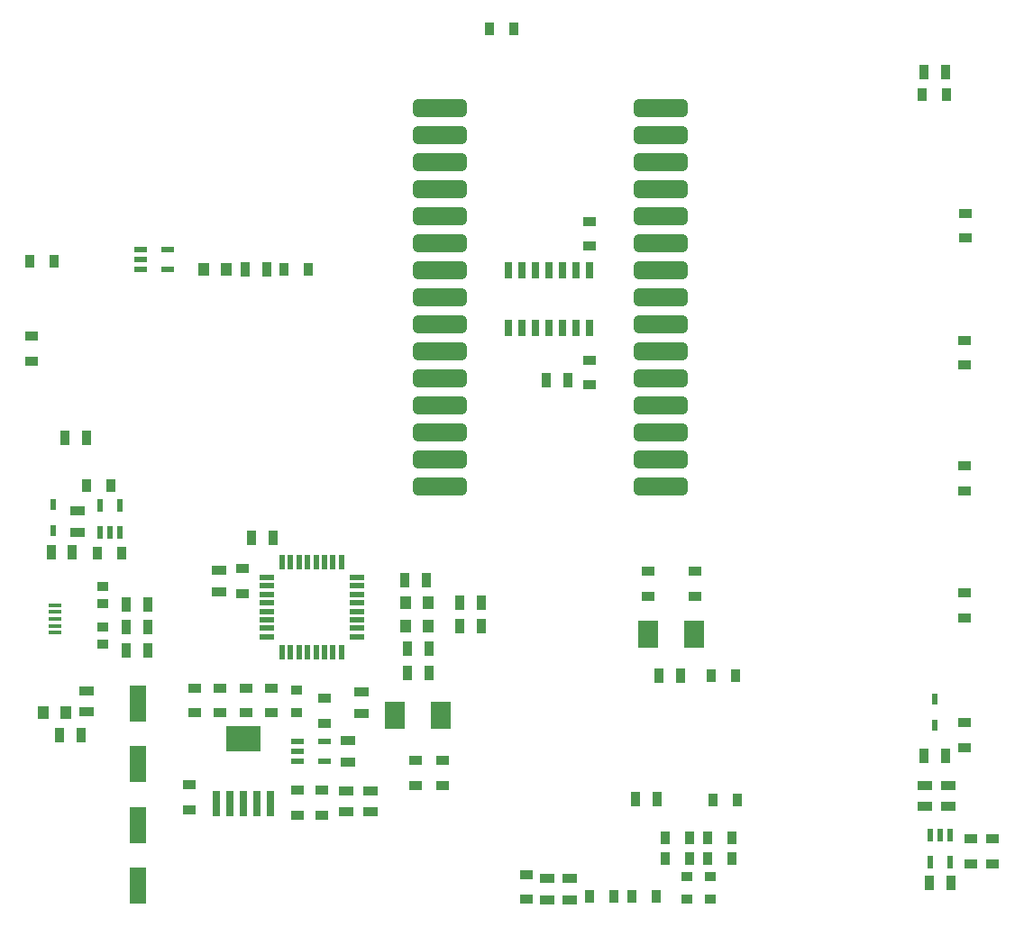
<source format=gbr>
%TF.GenerationSoftware,Altium Limited,Altium Designer,24.3.1 (35)*%
G04 Layer_Color=8421504*
%FSLAX45Y45*%
%MOMM*%
%TF.SameCoordinates,7E0553B6-A888-4128-BDB4-EB5F29F5F182*%
%TF.FilePolarity,Positive*%
%TF.FileFunction,Paste,Top*%
%TF.Part,Single*%
G01*
G75*
%TA.AperFunction,SMDPad,CuDef*%
%ADD10R,1.30000X0.90000*%
%ADD11R,1.45000X0.95000*%
%ADD12R,0.90000X1.30000*%
G04:AMPARAMS|DCode=13|XSize=1.651mm|YSize=5.08mm|CornerRadius=0.41275mm|HoleSize=0mm|Usage=FLASHONLY|Rotation=270.000|XOffset=0mm|YOffset=0mm|HoleType=Round|Shape=RoundedRectangle|*
%AMROUNDEDRECTD13*
21,1,1.65100,4.25450,0,0,270.0*
21,1,0.82550,5.08000,0,0,270.0*
1,1,0.82550,-2.12725,-0.41275*
1,1,0.82550,-2.12725,0.41275*
1,1,0.82550,2.12725,0.41275*
1,1,0.82550,2.12725,-0.41275*
%
%ADD13ROUNDEDRECTD13*%
%ADD14R,0.95000X1.45000*%
%ADD15R,1.10000X1.30000*%
%ADD16R,0.65000X1.52500*%
%ADD17R,0.60000X1.20000*%
%ADD18R,0.50000X1.00000*%
%ADD19R,1.90000X2.60000*%
%ADD20R,1.00000X0.90000*%
%ADD21R,0.70000X2.40000*%
%ADD22R,3.20000X2.40000*%
%ADD23R,1.20000X0.60000*%
%ADD24R,0.60000X1.47500*%
%ADD25R,1.47500X0.60000*%
%TA.AperFunction,ConnectorPad*%
%ADD26R,1.29540X0.38100*%
%TA.AperFunction,SMDPad,CuDef*%
%ADD27R,1.00000X0.95000*%
%ADD28R,1.60000X3.50000*%
D10*
X7594600Y3441700D02*
D03*
Y3211700D02*
D03*
X8191500Y8046000D02*
D03*
Y8276000D02*
D03*
Y9346500D02*
D03*
Y9576500D02*
D03*
X11976100Y3542600D02*
D03*
Y3772600D02*
D03*
X11772900Y3542600D02*
D03*
Y3772600D02*
D03*
X8737600Y6057200D02*
D03*
Y6287200D02*
D03*
X9182100Y6057200D02*
D03*
Y6287200D02*
D03*
X11709400Y4864800D02*
D03*
Y4634800D02*
D03*
Y6084000D02*
D03*
Y5854000D02*
D03*
Y7277800D02*
D03*
Y7047800D02*
D03*
Y8458900D02*
D03*
Y8228900D02*
D03*
X11722100Y9652700D02*
D03*
Y9422700D02*
D03*
X6807200Y4509200D02*
D03*
Y4279200D02*
D03*
X6553200Y4509200D02*
D03*
Y4279200D02*
D03*
X5702300Y5093400D02*
D03*
Y4863400D02*
D03*
X5199380Y5192300D02*
D03*
Y4962300D02*
D03*
X4960620Y5192300D02*
D03*
Y4962300D02*
D03*
X4483100Y5192300D02*
D03*
Y4962300D02*
D03*
X4721860Y5192300D02*
D03*
Y4962300D02*
D03*
X5676900Y3999800D02*
D03*
Y4229800D02*
D03*
X5448300Y3999800D02*
D03*
Y4229800D02*
D03*
X4432300Y4050600D02*
D03*
Y4280600D02*
D03*
X2946400Y8267000D02*
D03*
Y8497000D02*
D03*
X4927600Y6312600D02*
D03*
Y6082600D02*
D03*
D11*
X7794693Y3401860D02*
D03*
Y3201860D02*
D03*
X8002126D02*
D03*
Y3401860D02*
D03*
X11557000Y4278300D02*
D03*
Y4078300D02*
D03*
X11341100D02*
D03*
Y4278300D02*
D03*
X3378200Y6856400D02*
D03*
Y6656400D02*
D03*
X3467100Y4967300D02*
D03*
Y5167300D02*
D03*
X6134100Y4227500D02*
D03*
Y4027500D02*
D03*
X5905500Y4227500D02*
D03*
Y4027500D02*
D03*
X5918200Y4497400D02*
D03*
Y4697400D02*
D03*
X4711700Y6097600D02*
D03*
Y6297600D02*
D03*
X6045200Y5154600D02*
D03*
Y4954600D02*
D03*
D12*
X8420800Y3234200D02*
D03*
X8190800D02*
D03*
X8814500D02*
D03*
X8584500D02*
D03*
X9333800Y5308600D02*
D03*
X9563800D02*
D03*
X11315000Y10769600D02*
D03*
X11545000D02*
D03*
X9525700Y3784600D02*
D03*
X9295700D02*
D03*
X9525700Y3594100D02*
D03*
X9295700D02*
D03*
X8902000Y3784600D02*
D03*
X9132000D02*
D03*
X8902000Y3594100D02*
D03*
X9132000D02*
D03*
X9346500Y4140200D02*
D03*
X9576500D02*
D03*
X5320600Y9131300D02*
D03*
X5550600D02*
D03*
X3158900Y9207500D02*
D03*
X2928900D02*
D03*
X3466400Y7099300D02*
D03*
X3696400D02*
D03*
X3798000Y6464300D02*
D03*
X3568000D02*
D03*
X7481000Y11391900D02*
D03*
X7251000D02*
D03*
D13*
X6783727Y7090512D02*
D03*
Y7344512D02*
D03*
Y7598512D02*
D03*
Y7852512D02*
D03*
Y8106512D02*
D03*
Y8360512D02*
D03*
Y8614512D02*
D03*
Y8868512D02*
D03*
Y9122512D02*
D03*
Y9376512D02*
D03*
Y9630512D02*
D03*
Y9884512D02*
D03*
Y10138512D02*
D03*
Y10392512D02*
D03*
Y10646512D02*
D03*
X8857727Y7344512D02*
D03*
Y7852512D02*
D03*
Y8360512D02*
D03*
Y8868512D02*
D03*
Y9376512D02*
D03*
Y9884512D02*
D03*
Y10392512D02*
D03*
Y7090512D02*
D03*
Y7598512D02*
D03*
Y8106512D02*
D03*
Y8614512D02*
D03*
Y9122512D02*
D03*
Y9630512D02*
D03*
Y10138512D02*
D03*
Y10646512D02*
D03*
D14*
X11530000Y4559300D02*
D03*
X11330000D02*
D03*
X6478600Y5334000D02*
D03*
X6678600D02*
D03*
X6478600Y5562600D02*
D03*
X6678600D02*
D03*
X6653200Y6205220D02*
D03*
X6453200D02*
D03*
X7786700Y8084800D02*
D03*
X7986700D02*
D03*
X11580800Y3365500D02*
D03*
X11380800D02*
D03*
X8624900Y4147540D02*
D03*
X8824900D02*
D03*
X11530000Y10985500D02*
D03*
X11330000D02*
D03*
X8840800Y5308600D02*
D03*
X9040800D02*
D03*
X3414700Y4749800D02*
D03*
X3214700D02*
D03*
X7173900Y5778500D02*
D03*
X6973900D02*
D03*
X7173900Y5994400D02*
D03*
X6973900D02*
D03*
X5154600Y9131300D02*
D03*
X4954600D02*
D03*
X3333420Y6469380D02*
D03*
X3133420D02*
D03*
X5018100Y6604000D02*
D03*
X5218100D02*
D03*
X3265500Y7543800D02*
D03*
X3465500D02*
D03*
X3837000Y5981700D02*
D03*
X4037000D02*
D03*
X3837000Y5765800D02*
D03*
X4037000D02*
D03*
Y5549900D02*
D03*
X3837000D02*
D03*
D15*
X6670900Y5994400D02*
D03*
X6460900D02*
D03*
X3267300Y4965700D02*
D03*
X3057300D02*
D03*
X6670900Y5778500D02*
D03*
X6460900D02*
D03*
X4778600Y9131300D02*
D03*
X4568600D02*
D03*
D16*
X8191500Y8575600D02*
D03*
X8064500D02*
D03*
X7937500D02*
D03*
X7810500D02*
D03*
X7683500D02*
D03*
X7556500D02*
D03*
X7429500D02*
D03*
Y9118000D02*
D03*
X7556500D02*
D03*
X7683500D02*
D03*
X7810500D02*
D03*
X7937500D02*
D03*
X8064500D02*
D03*
X8191500D02*
D03*
D17*
X11575800Y3558000D02*
D03*
X11385800D02*
D03*
Y3808000D02*
D03*
X11480800D02*
D03*
X11575800D02*
D03*
X3588000Y6906800D02*
D03*
X3778000D02*
D03*
Y6656800D02*
D03*
X3683000D02*
D03*
X3588000D02*
D03*
D18*
X11430000Y5085700D02*
D03*
Y4845700D02*
D03*
X3152140Y6674500D02*
D03*
Y6914500D02*
D03*
D19*
X8738500Y5702300D02*
D03*
X9168500D02*
D03*
X6363600Y4940300D02*
D03*
X6793600D02*
D03*
D20*
X9321800Y3209700D02*
D03*
Y3419700D02*
D03*
X9105900Y3209700D02*
D03*
Y3419700D02*
D03*
X5440640Y5172300D02*
D03*
Y4962300D02*
D03*
D21*
X4686300Y4108180D02*
D03*
X4813300D02*
D03*
X4940300D02*
D03*
X5067300D02*
D03*
X5194300D02*
D03*
D22*
X4940300Y4713180D02*
D03*
D23*
X3977100Y9315200D02*
D03*
Y9220200D02*
D03*
Y9125200D02*
D03*
X4227100D02*
D03*
Y9315200D02*
D03*
X5450300Y4692400D02*
D03*
Y4597400D02*
D03*
Y4502400D02*
D03*
X5700300D02*
D03*
Y4692400D02*
D03*
D24*
X5300380Y5529960D02*
D03*
X5380380D02*
D03*
X5460380D02*
D03*
X5540380D02*
D03*
X5620380D02*
D03*
X5700380D02*
D03*
X5780380D02*
D03*
X5860380D02*
D03*
Y6377560D02*
D03*
X5780380D02*
D03*
X5700380D02*
D03*
X5620380D02*
D03*
X5540380D02*
D03*
X5460380D02*
D03*
X5380380D02*
D03*
X5300380D02*
D03*
D25*
X6004180Y5673760D02*
D03*
Y5753760D02*
D03*
Y5833760D02*
D03*
Y5913760D02*
D03*
Y5993760D02*
D03*
Y6073760D02*
D03*
Y6153760D02*
D03*
Y6233760D02*
D03*
X5156580D02*
D03*
Y6153760D02*
D03*
Y6073760D02*
D03*
Y5993760D02*
D03*
Y5913760D02*
D03*
Y5833760D02*
D03*
Y5753760D02*
D03*
Y5673760D02*
D03*
D26*
X3172900Y5972000D02*
D03*
Y5712000D02*
D03*
Y5907000D02*
D03*
Y5842000D02*
D03*
Y5777000D02*
D03*
D27*
X3619500Y5982980D02*
D03*
Y6142980D02*
D03*
Y5761980D02*
D03*
Y5601980D02*
D03*
D28*
X3949700Y5042500D02*
D03*
Y4482500D02*
D03*
Y3899500D02*
D03*
Y3339500D02*
D03*
%TF.MD5,db987b558875157493d356ce3d0e2603*%
M02*

</source>
